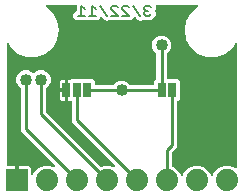
<source format=gbr>
G04 EAGLE Gerber RS-274X export*
G75*
%MOMM*%
%FSLAX34Y34*%
%LPD*%
%INBottom Copper*%
%IPPOS*%
%AMOC8*
5,1,8,0,0,1.08239X$1,22.5*%
G01*
%ADD10C,0.152400*%
%ADD11R,0.635000X1.270000*%
%ADD12R,1.879600X1.879600*%
%ADD13C,1.879600*%
%ADD14C,1.016000*%
%ADD15C,0.254000*%

G36*
X13774Y12709D02*
X13774Y12709D01*
X13832Y12708D01*
X13914Y12729D01*
X13997Y12741D01*
X14051Y12765D01*
X14107Y12779D01*
X14180Y12822D01*
X14257Y12857D01*
X14302Y12895D01*
X14352Y12925D01*
X14410Y12986D01*
X14474Y13041D01*
X14506Y13089D01*
X14546Y13132D01*
X14585Y13207D01*
X14631Y13277D01*
X14649Y13333D01*
X14676Y13385D01*
X14687Y13453D01*
X14717Y13548D01*
X14720Y13648D01*
X14731Y13716D01*
X14731Y24639D01*
X22432Y24639D01*
X23079Y24466D01*
X23658Y24131D01*
X24131Y23658D01*
X24466Y23079D01*
X24639Y22432D01*
X24639Y17830D01*
X24651Y17745D01*
X24653Y17659D01*
X24671Y17605D01*
X24679Y17549D01*
X24714Y17471D01*
X24740Y17389D01*
X24772Y17341D01*
X24795Y17290D01*
X24850Y17224D01*
X24898Y17153D01*
X24942Y17116D01*
X24978Y17073D01*
X25050Y17025D01*
X25116Y16970D01*
X25168Y16946D01*
X25215Y16915D01*
X25297Y16889D01*
X25376Y16854D01*
X25432Y16846D01*
X25486Y16829D01*
X25572Y16827D01*
X25657Y16815D01*
X25713Y16823D01*
X25770Y16822D01*
X25853Y16844D01*
X25938Y16856D01*
X25990Y16879D01*
X26045Y16894D01*
X26119Y16938D01*
X26198Y16973D01*
X26241Y17010D01*
X26290Y17039D01*
X26349Y17102D01*
X26414Y17157D01*
X26440Y17199D01*
X26484Y17246D01*
X26550Y17375D01*
X26592Y17442D01*
X27548Y19751D01*
X31049Y23252D01*
X35624Y25147D01*
X40576Y25147D01*
X43320Y24010D01*
X43403Y23989D01*
X43484Y23958D01*
X43540Y23953D01*
X43595Y23939D01*
X43681Y23942D01*
X43767Y23934D01*
X43823Y23946D01*
X43880Y23947D01*
X43961Y23973D01*
X44046Y23990D01*
X44096Y24016D01*
X44150Y24034D01*
X44222Y24082D01*
X44298Y24121D01*
X44339Y24160D01*
X44387Y24192D01*
X44442Y24258D01*
X44504Y24317D01*
X44533Y24366D01*
X44569Y24410D01*
X44604Y24488D01*
X44648Y24562D01*
X44662Y24617D01*
X44685Y24669D01*
X44697Y24755D01*
X44718Y24838D01*
X44716Y24895D01*
X44724Y24951D01*
X44712Y25036D01*
X44709Y25122D01*
X44691Y25176D01*
X44683Y25232D01*
X44648Y25311D01*
X44621Y25392D01*
X44593Y25433D01*
X44566Y25492D01*
X44472Y25602D01*
X44427Y25666D01*
X16001Y54091D01*
X16001Y90192D01*
X15989Y90279D01*
X15986Y90366D01*
X15969Y90419D01*
X15961Y90474D01*
X15926Y90554D01*
X15899Y90637D01*
X15871Y90676D01*
X15845Y90733D01*
X15749Y90847D01*
X15704Y90910D01*
X13429Y93185D01*
X12191Y96173D01*
X12191Y99407D01*
X13429Y102395D01*
X15715Y104681D01*
X18703Y105919D01*
X21937Y105919D01*
X24925Y104681D01*
X25952Y103654D01*
X25999Y103619D01*
X26039Y103576D01*
X26112Y103533D01*
X26179Y103483D01*
X26234Y103462D01*
X26284Y103432D01*
X26366Y103412D01*
X26445Y103382D01*
X26503Y103377D01*
X26560Y103362D01*
X26644Y103365D01*
X26728Y103358D01*
X26786Y103369D01*
X26844Y103371D01*
X26924Y103397D01*
X27007Y103414D01*
X27059Y103441D01*
X27115Y103459D01*
X27171Y103499D01*
X27259Y103545D01*
X27332Y103614D01*
X27388Y103654D01*
X28415Y104681D01*
X31403Y105919D01*
X34637Y105919D01*
X37625Y104681D01*
X39911Y102395D01*
X41149Y99407D01*
X41149Y96173D01*
X39911Y93185D01*
X37636Y90910D01*
X37584Y90841D01*
X37524Y90777D01*
X37498Y90727D01*
X37465Y90683D01*
X37434Y90601D01*
X37394Y90523D01*
X37386Y90476D01*
X37364Y90417D01*
X37352Y90270D01*
X37339Y90192D01*
X37339Y70789D01*
X37351Y70703D01*
X37354Y70615D01*
X37371Y70563D01*
X37379Y70508D01*
X37414Y70428D01*
X37441Y70345D01*
X37469Y70306D01*
X37495Y70249D01*
X37591Y70135D01*
X37636Y70072D01*
X83213Y24495D01*
X83214Y24494D01*
X83215Y24493D01*
X83333Y24404D01*
X83440Y24324D01*
X83441Y24323D01*
X83443Y24322D01*
X83576Y24272D01*
X83706Y24223D01*
X83707Y24223D01*
X83709Y24222D01*
X83853Y24210D01*
X83989Y24199D01*
X83990Y24199D01*
X83992Y24199D01*
X84008Y24203D01*
X84268Y24255D01*
X84295Y24269D01*
X84319Y24275D01*
X86424Y25147D01*
X91376Y25147D01*
X94120Y24010D01*
X94203Y23989D01*
X94284Y23958D01*
X94340Y23953D01*
X94395Y23939D01*
X94481Y23942D01*
X94567Y23934D01*
X94623Y23946D01*
X94680Y23947D01*
X94761Y23973D01*
X94846Y23990D01*
X94896Y24016D01*
X94950Y24034D01*
X95022Y24082D01*
X95098Y24121D01*
X95139Y24160D01*
X95187Y24192D01*
X95242Y24258D01*
X95304Y24317D01*
X95333Y24366D01*
X95369Y24410D01*
X95404Y24488D01*
X95448Y24562D01*
X95462Y24617D01*
X95485Y24669D01*
X95497Y24755D01*
X95518Y24838D01*
X95516Y24895D01*
X95524Y24951D01*
X95512Y25036D01*
X95509Y25122D01*
X95491Y25176D01*
X95483Y25232D01*
X95448Y25311D01*
X95421Y25392D01*
X95393Y25433D01*
X95366Y25492D01*
X95272Y25602D01*
X95227Y25666D01*
X59181Y61711D01*
X59181Y78962D01*
X59169Y79048D01*
X59166Y79136D01*
X59149Y79188D01*
X59141Y79243D01*
X59106Y79323D01*
X59079Y79406D01*
X59051Y79445D01*
X59025Y79503D01*
X58943Y79599D01*
X58925Y79630D01*
X58908Y79646D01*
X58884Y79680D01*
X58852Y79712D01*
X58842Y79719D01*
X58842Y79720D01*
X58840Y79721D01*
X58782Y79764D01*
X58718Y79824D01*
X58668Y79850D01*
X58624Y79883D01*
X58543Y79914D01*
X58465Y79954D01*
X58417Y79962D01*
X58359Y79984D01*
X58211Y79996D01*
X58134Y80009D01*
X56197Y80009D01*
X56197Y88328D01*
X56189Y88386D01*
X56190Y88445D01*
X56169Y88526D01*
X56157Y88610D01*
X56133Y88663D01*
X56118Y88720D01*
X56075Y88792D01*
X56041Y88869D01*
X56017Y88897D01*
X56050Y88963D01*
X56097Y89033D01*
X56115Y89089D01*
X56141Y89141D01*
X56153Y89209D01*
X56183Y89304D01*
X56185Y89404D01*
X56197Y89472D01*
X56197Y97791D01*
X58134Y97791D01*
X58220Y97803D01*
X58308Y97806D01*
X58360Y97823D01*
X58415Y97831D01*
X58495Y97866D01*
X58578Y97893D01*
X58617Y97921D01*
X58675Y97947D01*
X58788Y98043D01*
X58852Y98088D01*
X59062Y98299D01*
X76828Y98299D01*
X78614Y96513D01*
X78614Y94234D01*
X78622Y94176D01*
X78620Y94118D01*
X78642Y94036D01*
X78654Y93952D01*
X78677Y93899D01*
X78692Y93843D01*
X78735Y93770D01*
X78770Y93693D01*
X78808Y93648D01*
X78837Y93598D01*
X78899Y93540D01*
X78953Y93476D01*
X79002Y93444D01*
X79045Y93404D01*
X79120Y93365D01*
X79190Y93318D01*
X79246Y93301D01*
X79298Y93274D01*
X79366Y93263D01*
X79461Y93233D01*
X79561Y93230D01*
X79629Y93219D01*
X94002Y93219D01*
X94089Y93231D01*
X94177Y93234D01*
X94229Y93251D01*
X94284Y93259D01*
X94364Y93294D01*
X94447Y93321D01*
X94486Y93349D01*
X94543Y93375D01*
X94657Y93471D01*
X94720Y93516D01*
X96995Y95791D01*
X99983Y97029D01*
X103217Y97029D01*
X106205Y95791D01*
X108480Y93516D01*
X108550Y93464D01*
X108613Y93404D01*
X108663Y93378D01*
X108707Y93345D01*
X108789Y93314D01*
X108866Y93274D01*
X108914Y93266D01*
X108973Y93244D01*
X109120Y93232D01*
X109198Y93219D01*
X127961Y93219D01*
X128019Y93227D01*
X128077Y93225D01*
X128159Y93247D01*
X128243Y93259D01*
X128296Y93282D01*
X128352Y93297D01*
X128425Y93340D01*
X128502Y93375D01*
X128547Y93413D01*
X128597Y93442D01*
X128655Y93504D01*
X128719Y93558D01*
X128751Y93607D01*
X128791Y93650D01*
X128830Y93725D01*
X128877Y93795D01*
X128894Y93851D01*
X128921Y93903D01*
X128932Y93971D01*
X128962Y94066D01*
X128965Y94166D01*
X128976Y94234D01*
X128976Y96513D01*
X130584Y98120D01*
X130636Y98190D01*
X130696Y98254D01*
X130722Y98303D01*
X130755Y98348D01*
X130786Y98429D01*
X130826Y98507D01*
X130834Y98555D01*
X130856Y98613D01*
X130868Y98761D01*
X130881Y98838D01*
X130881Y119402D01*
X130869Y119489D01*
X130866Y119577D01*
X130849Y119629D01*
X130841Y119684D01*
X130806Y119764D01*
X130779Y119847D01*
X130751Y119886D01*
X130725Y119943D01*
X130629Y120057D01*
X130584Y120120D01*
X128309Y122395D01*
X127071Y125383D01*
X127071Y128617D01*
X128309Y131605D01*
X130595Y133891D01*
X133583Y135129D01*
X136817Y135129D01*
X139805Y133891D01*
X142091Y131605D01*
X143329Y128617D01*
X143329Y125383D01*
X142091Y122395D01*
X139816Y120120D01*
X139764Y120050D01*
X139704Y119987D01*
X139678Y119937D01*
X139645Y119893D01*
X139614Y119811D01*
X139574Y119734D01*
X139566Y119686D01*
X139544Y119627D01*
X139532Y119480D01*
X139519Y119402D01*
X139519Y99314D01*
X139527Y99256D01*
X139525Y99198D01*
X139547Y99116D01*
X139559Y99032D01*
X139582Y98979D01*
X139597Y98923D01*
X139640Y98850D01*
X139675Y98773D01*
X139713Y98728D01*
X139742Y98678D01*
X139804Y98620D01*
X139858Y98556D01*
X139907Y98524D01*
X139950Y98484D01*
X140025Y98445D01*
X140095Y98398D01*
X140151Y98381D01*
X140203Y98354D01*
X140271Y98343D01*
X140366Y98313D01*
X140466Y98310D01*
X140534Y98299D01*
X148638Y98299D01*
X150424Y96513D01*
X150424Y81287D01*
X148816Y79680D01*
X148764Y79610D01*
X148704Y79546D01*
X148678Y79497D01*
X148645Y79452D01*
X148614Y79371D01*
X148574Y79293D01*
X148566Y79245D01*
X148544Y79187D01*
X148532Y79039D01*
X148519Y78962D01*
X148519Y40811D01*
X144316Y36608D01*
X144264Y36539D01*
X144204Y36475D01*
X144178Y36425D01*
X144145Y36381D01*
X144114Y36300D01*
X144074Y36222D01*
X144066Y36174D01*
X144044Y36116D01*
X144032Y35968D01*
X144019Y35891D01*
X144019Y25062D01*
X144019Y25060D01*
X144019Y25059D01*
X144039Y24919D01*
X144059Y24780D01*
X144059Y24779D01*
X144059Y24777D01*
X144119Y24645D01*
X144175Y24521D01*
X144176Y24520D01*
X144177Y24518D01*
X144269Y24410D01*
X144358Y24304D01*
X144360Y24303D01*
X144361Y24302D01*
X144374Y24294D01*
X144595Y24146D01*
X144624Y24137D01*
X144645Y24124D01*
X146751Y23252D01*
X150252Y19751D01*
X151462Y16829D01*
X151477Y16804D01*
X151486Y16776D01*
X151549Y16681D01*
X151607Y16584D01*
X151628Y16564D01*
X151644Y16539D01*
X151731Y16467D01*
X151813Y16389D01*
X151839Y16375D01*
X151862Y16357D01*
X151965Y16311D01*
X152066Y16259D01*
X152095Y16253D01*
X152122Y16241D01*
X152234Y16225D01*
X152345Y16204D01*
X152374Y16206D01*
X152403Y16202D01*
X152515Y16218D01*
X152628Y16228D01*
X152655Y16239D01*
X152684Y16243D01*
X152788Y16289D01*
X152893Y16330D01*
X152917Y16348D01*
X152944Y16360D01*
X153030Y16433D01*
X153120Y16502D01*
X153138Y16525D01*
X153160Y16544D01*
X153202Y16611D01*
X153290Y16729D01*
X153312Y16788D01*
X153338Y16829D01*
X154548Y19751D01*
X158049Y23252D01*
X162624Y25147D01*
X167576Y25147D01*
X172151Y23252D01*
X175652Y19751D01*
X176862Y16829D01*
X176877Y16804D01*
X176886Y16776D01*
X176949Y16681D01*
X177007Y16584D01*
X177028Y16564D01*
X177044Y16539D01*
X177131Y16467D01*
X177213Y16389D01*
X177239Y16375D01*
X177262Y16357D01*
X177365Y16311D01*
X177466Y16259D01*
X177495Y16253D01*
X177522Y16241D01*
X177634Y16225D01*
X177745Y16204D01*
X177774Y16206D01*
X177803Y16202D01*
X177915Y16218D01*
X178028Y16228D01*
X178055Y16239D01*
X178084Y16243D01*
X178188Y16289D01*
X178293Y16330D01*
X178317Y16348D01*
X178344Y16360D01*
X178430Y16433D01*
X178520Y16502D01*
X178538Y16525D01*
X178560Y16544D01*
X178602Y16611D01*
X178690Y16729D01*
X178712Y16788D01*
X178738Y16829D01*
X179948Y19751D01*
X183449Y23252D01*
X188024Y25147D01*
X192976Y25147D01*
X197731Y23177D01*
X197843Y23148D01*
X197952Y23114D01*
X197980Y23113D01*
X198007Y23106D01*
X198121Y23109D01*
X198236Y23106D01*
X198263Y23113D01*
X198291Y23114D01*
X198400Y23149D01*
X198511Y23178D01*
X198535Y23192D01*
X198562Y23201D01*
X198657Y23265D01*
X198756Y23323D01*
X198775Y23344D01*
X198798Y23359D01*
X198872Y23447D01*
X198950Y23531D01*
X198963Y23555D01*
X198981Y23577D01*
X199027Y23681D01*
X199080Y23784D01*
X199084Y23808D01*
X199096Y23836D01*
X199133Y24100D01*
X199135Y24115D01*
X199135Y127651D01*
X199133Y127671D01*
X199135Y127690D01*
X199113Y127811D01*
X199095Y127933D01*
X199087Y127951D01*
X199084Y127970D01*
X199029Y128080D01*
X198979Y128192D01*
X198967Y128207D01*
X198958Y128225D01*
X198875Y128316D01*
X198796Y128409D01*
X198779Y128420D01*
X198766Y128435D01*
X198661Y128499D01*
X198559Y128567D01*
X198540Y128573D01*
X198524Y128583D01*
X198405Y128616D01*
X198288Y128653D01*
X198268Y128653D01*
X198249Y128658D01*
X198127Y128657D01*
X198004Y128660D01*
X197985Y128655D01*
X197965Y128655D01*
X197847Y128619D01*
X197729Y128588D01*
X197712Y128578D01*
X197693Y128572D01*
X197590Y128506D01*
X197484Y128443D01*
X197471Y128429D01*
X197454Y128418D01*
X197408Y128361D01*
X197290Y128236D01*
X197266Y128190D01*
X197241Y128159D01*
X195385Y124944D01*
X189278Y119820D01*
X181786Y117093D01*
X173814Y117093D01*
X166322Y119820D01*
X160215Y124944D01*
X156229Y131849D01*
X154845Y139700D01*
X156229Y147551D01*
X160215Y154455D01*
X165920Y159242D01*
X165969Y159297D01*
X166025Y159345D01*
X166064Y159402D01*
X166110Y159454D01*
X166142Y159520D01*
X166183Y159581D01*
X166204Y159647D01*
X166234Y159710D01*
X166246Y159782D01*
X166268Y159852D01*
X166270Y159921D01*
X166282Y159990D01*
X166274Y160063D01*
X166276Y160136D01*
X166258Y160203D01*
X166251Y160272D01*
X166223Y160340D01*
X166204Y160411D01*
X166169Y160471D01*
X166142Y160535D01*
X166096Y160593D01*
X166059Y160656D01*
X166008Y160703D01*
X165965Y160757D01*
X165905Y160800D01*
X165851Y160850D01*
X165790Y160882D01*
X165733Y160922D01*
X165664Y160946D01*
X165598Y160980D01*
X165540Y160990D01*
X165465Y161016D01*
X165343Y161023D01*
X165267Y161035D01*
X131064Y161035D01*
X131006Y161027D01*
X130948Y161029D01*
X130866Y161007D01*
X130782Y160995D01*
X130729Y160972D01*
X130673Y160957D01*
X130600Y160914D01*
X130523Y160879D01*
X130478Y160841D01*
X130428Y160812D01*
X130370Y160750D01*
X130306Y160696D01*
X130274Y160647D01*
X130234Y160604D01*
X130195Y160529D01*
X130148Y160459D01*
X130131Y160403D01*
X130104Y160351D01*
X130093Y160283D01*
X130063Y160188D01*
X130060Y160088D01*
X130049Y160020D01*
X130049Y157516D01*
X129464Y156932D01*
X129429Y156885D01*
X129386Y156845D01*
X129344Y156772D01*
X129293Y156704D01*
X129272Y156650D01*
X129243Y156599D01*
X129222Y156518D01*
X129192Y156439D01*
X129187Y156380D01*
X129173Y156324D01*
X129175Y156240D01*
X129168Y156155D01*
X129180Y156098D01*
X129182Y156040D01*
X129208Y155959D01*
X129224Y155877D01*
X129251Y155825D01*
X129269Y155769D01*
X129309Y155713D01*
X129355Y155624D01*
X129424Y155552D01*
X129464Y155496D01*
X130049Y154911D01*
X130049Y151754D01*
X126376Y148081D01*
X120338Y148081D01*
X120006Y148413D01*
X119925Y148474D01*
X119850Y148541D01*
X119812Y148559D01*
X119779Y148584D01*
X119685Y148620D01*
X119594Y148663D01*
X119552Y148670D01*
X119513Y148685D01*
X119413Y148694D01*
X119314Y148710D01*
X119272Y148705D01*
X119230Y148709D01*
X119131Y148689D01*
X119031Y148678D01*
X118997Y148662D01*
X118951Y148653D01*
X118788Y148569D01*
X118725Y148540D01*
X117683Y147846D01*
X114588Y148465D01*
X113198Y150549D01*
X113112Y150645D01*
X113029Y150744D01*
X113018Y150751D01*
X113009Y150761D01*
X112900Y150830D01*
X112792Y150901D01*
X112780Y150905D01*
X112768Y150912D01*
X112645Y150948D01*
X112521Y150987D01*
X112508Y150987D01*
X112495Y150991D01*
X112366Y150991D01*
X112237Y150994D01*
X112224Y150991D01*
X112211Y150991D01*
X112087Y150955D01*
X111962Y150922D01*
X111951Y150916D01*
X111938Y150912D01*
X111828Y150843D01*
X111718Y150777D01*
X111709Y150767D01*
X111697Y150760D01*
X111612Y150664D01*
X111523Y150570D01*
X111517Y150558D01*
X111508Y150548D01*
X111453Y150432D01*
X111449Y150424D01*
X109106Y148081D01*
X90676Y148081D01*
X90664Y148087D01*
X90623Y148094D01*
X90583Y148109D01*
X90483Y148117D01*
X90384Y148134D01*
X90342Y148129D01*
X90300Y148133D01*
X90201Y148113D01*
X90101Y148101D01*
X90067Y148086D01*
X90021Y148077D01*
X89858Y147992D01*
X89795Y147964D01*
X89618Y147846D01*
X86522Y148465D01*
X85133Y150549D01*
X85047Y150645D01*
X84964Y150744D01*
X84952Y150751D01*
X84944Y150761D01*
X84835Y150829D01*
X84727Y150901D01*
X84714Y150905D01*
X84703Y150912D01*
X84579Y150948D01*
X84456Y150987D01*
X84443Y150987D01*
X84430Y150991D01*
X84301Y150991D01*
X84172Y150994D01*
X84159Y150991D01*
X84145Y150991D01*
X84021Y150955D01*
X83897Y150922D01*
X83885Y150916D01*
X83872Y150912D01*
X83763Y150843D01*
X83652Y150777D01*
X83643Y150767D01*
X83632Y150760D01*
X83546Y150664D01*
X83458Y150570D01*
X83452Y150558D01*
X83443Y150548D01*
X83387Y150431D01*
X83383Y150424D01*
X81041Y148081D01*
X62766Y148081D01*
X60534Y150314D01*
X60534Y153470D01*
X62907Y155844D01*
X62941Y155859D01*
X62985Y155897D01*
X63036Y155926D01*
X63093Y155988D01*
X63158Y156042D01*
X63190Y156091D01*
X63230Y156134D01*
X63269Y156209D01*
X63315Y156279D01*
X63333Y156335D01*
X63360Y156387D01*
X63371Y156455D01*
X63401Y156550D01*
X63404Y156650D01*
X63415Y156718D01*
X63415Y160020D01*
X63407Y160078D01*
X63408Y160136D01*
X63387Y160218D01*
X63375Y160302D01*
X63351Y160355D01*
X63337Y160411D01*
X63293Y160484D01*
X63259Y160561D01*
X63221Y160606D01*
X63191Y160656D01*
X63130Y160714D01*
X63075Y160778D01*
X63027Y160810D01*
X62984Y160850D01*
X62909Y160889D01*
X62839Y160936D01*
X62783Y160953D01*
X62731Y160980D01*
X62663Y160991D01*
X62568Y161021D01*
X62468Y161024D01*
X62400Y161035D01*
X37933Y161035D01*
X37860Y161025D01*
X37786Y161025D01*
X37720Y161005D01*
X37651Y160995D01*
X37584Y160965D01*
X37514Y160945D01*
X37455Y160908D01*
X37392Y160879D01*
X37336Y160832D01*
X37274Y160792D01*
X37228Y160740D01*
X37175Y160696D01*
X37134Y160634D01*
X37085Y160579D01*
X37056Y160517D01*
X37017Y160459D01*
X36995Y160389D01*
X36964Y160322D01*
X36952Y160254D01*
X36932Y160188D01*
X36930Y160114D01*
X36918Y160042D01*
X36926Y159973D01*
X36924Y159904D01*
X36943Y159833D01*
X36952Y159759D01*
X36979Y159696D01*
X36996Y159629D01*
X37034Y159565D01*
X37062Y159498D01*
X37101Y159453D01*
X37141Y159384D01*
X37231Y159300D01*
X37280Y159242D01*
X42985Y154456D01*
X46971Y147551D01*
X48355Y139700D01*
X46971Y131849D01*
X42985Y124945D01*
X36878Y119820D01*
X29386Y117093D01*
X21414Y117093D01*
X13922Y119820D01*
X7815Y124944D01*
X5959Y128159D01*
X5947Y128174D01*
X5939Y128192D01*
X5860Y128286D01*
X5784Y128383D01*
X5768Y128394D01*
X5755Y128409D01*
X5653Y128478D01*
X5554Y128549D01*
X5535Y128556D01*
X5519Y128567D01*
X5401Y128604D01*
X5286Y128646D01*
X5266Y128647D01*
X5248Y128653D01*
X5125Y128656D01*
X5002Y128664D01*
X4983Y128659D01*
X4964Y128660D01*
X4845Y128629D01*
X4725Y128602D01*
X4707Y128593D01*
X4689Y128588D01*
X4583Y128526D01*
X4475Y128467D01*
X4461Y128453D01*
X4444Y128443D01*
X4360Y128353D01*
X4273Y128267D01*
X4263Y128250D01*
X4250Y128236D01*
X4194Y128126D01*
X4134Y128019D01*
X4129Y128000D01*
X4120Y127982D01*
X4108Y127910D01*
X4069Y127742D01*
X4071Y127691D01*
X4065Y127651D01*
X4065Y25654D01*
X4073Y25596D01*
X4071Y25538D01*
X4093Y25456D01*
X4105Y25372D01*
X4128Y25319D01*
X4143Y25263D01*
X4186Y25190D01*
X4221Y25113D01*
X4259Y25068D01*
X4288Y25018D01*
X4350Y24960D01*
X4404Y24896D01*
X4453Y24864D01*
X4496Y24824D01*
X4571Y24785D01*
X4641Y24738D01*
X4697Y24721D01*
X4749Y24694D01*
X4817Y24683D01*
X4912Y24653D01*
X5012Y24650D01*
X5080Y24639D01*
X10669Y24639D01*
X10669Y13716D01*
X10677Y13658D01*
X10675Y13600D01*
X10697Y13518D01*
X10709Y13435D01*
X10733Y13381D01*
X10747Y13325D01*
X10790Y13252D01*
X10825Y13175D01*
X10863Y13131D01*
X10893Y13080D01*
X10954Y13023D01*
X11009Y12958D01*
X11057Y12926D01*
X11100Y12886D01*
X11175Y12847D01*
X11245Y12801D01*
X11301Y12783D01*
X11353Y12756D01*
X11421Y12745D01*
X11516Y12715D01*
X11616Y12712D01*
X11684Y12701D01*
X13716Y12701D01*
X13774Y12709D01*
G37*
%LPC*%
G36*
X48894Y90487D02*
X48894Y90487D01*
X48894Y95584D01*
X49067Y96231D01*
X49402Y96810D01*
X49875Y97283D01*
X50454Y97618D01*
X51101Y97791D01*
X53023Y97791D01*
X53023Y90487D01*
X48894Y90487D01*
G37*
%LPD*%
%LPC*%
G36*
X51101Y80009D02*
X51101Y80009D01*
X50454Y80182D01*
X49875Y80517D01*
X49402Y80990D01*
X49067Y81569D01*
X48894Y82216D01*
X48894Y87313D01*
X53023Y87313D01*
X53023Y80009D01*
X51101Y80009D01*
G37*
%LPD*%
D10*
X126238Y159095D02*
X124797Y160535D01*
X121916Y160535D01*
X120476Y159095D01*
X120476Y157654D01*
X121916Y156214D01*
X123357Y156214D01*
X121916Y156214D02*
X120476Y154773D01*
X120476Y153333D01*
X121916Y151892D01*
X124797Y151892D01*
X126238Y153333D01*
X116883Y151892D02*
X111121Y160535D01*
X107528Y151892D02*
X101765Y151892D01*
X101765Y157654D02*
X107528Y151892D01*
X101765Y157654D02*
X101765Y159095D01*
X103206Y160535D01*
X106087Y160535D01*
X107528Y159095D01*
X98172Y151892D02*
X92410Y151892D01*
X98172Y151892D02*
X92410Y157654D01*
X92410Y159095D01*
X93851Y160535D01*
X96732Y160535D01*
X98172Y159095D01*
X88817Y151892D02*
X83055Y160535D01*
X79462Y157654D02*
X76581Y160535D01*
X76581Y151892D01*
X79462Y151892D02*
X73700Y151892D01*
X70107Y157654D02*
X67226Y160535D01*
X67226Y151892D01*
X70107Y151892D02*
X64345Y151892D01*
D11*
X72390Y88900D03*
X63500Y88900D03*
X54610Y88900D03*
X144200Y88900D03*
X135200Y88900D03*
D12*
X12700Y12700D03*
D13*
X38100Y12700D03*
X63500Y12700D03*
X88900Y12700D03*
X114300Y12700D03*
X139700Y12700D03*
X165100Y12700D03*
X190500Y12700D03*
D14*
X50800Y71120D03*
X50800Y120650D03*
D15*
X72390Y88900D02*
X101600Y88900D01*
X135200Y88900D01*
X135200Y127000D01*
D14*
X101600Y88900D03*
X135200Y127000D03*
D15*
X33020Y97790D02*
X33020Y68580D01*
X88900Y12700D01*
D14*
X33020Y97790D03*
D15*
X20320Y97790D02*
X20320Y55880D01*
X63500Y12700D01*
D14*
X20320Y97790D03*
D15*
X63500Y88900D02*
X63500Y63500D01*
X114300Y12700D01*
X144200Y42600D02*
X144200Y88900D01*
X144200Y42600D02*
X139700Y38100D01*
X139700Y12700D01*
M02*

</source>
